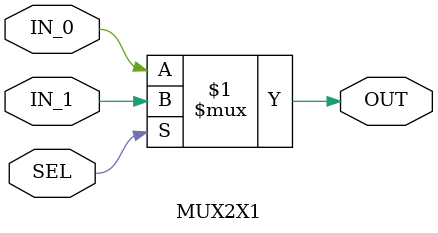
<source format=v>

module MUX2X1  (
 input   wire                  IN_0,
 input   wire                  IN_1,
 input   wire                  SEL,
 output  wire                  OUT 
);

 
assign OUT = SEL ? IN_1 : IN_0 ;
 
 
endmodule
 

</source>
